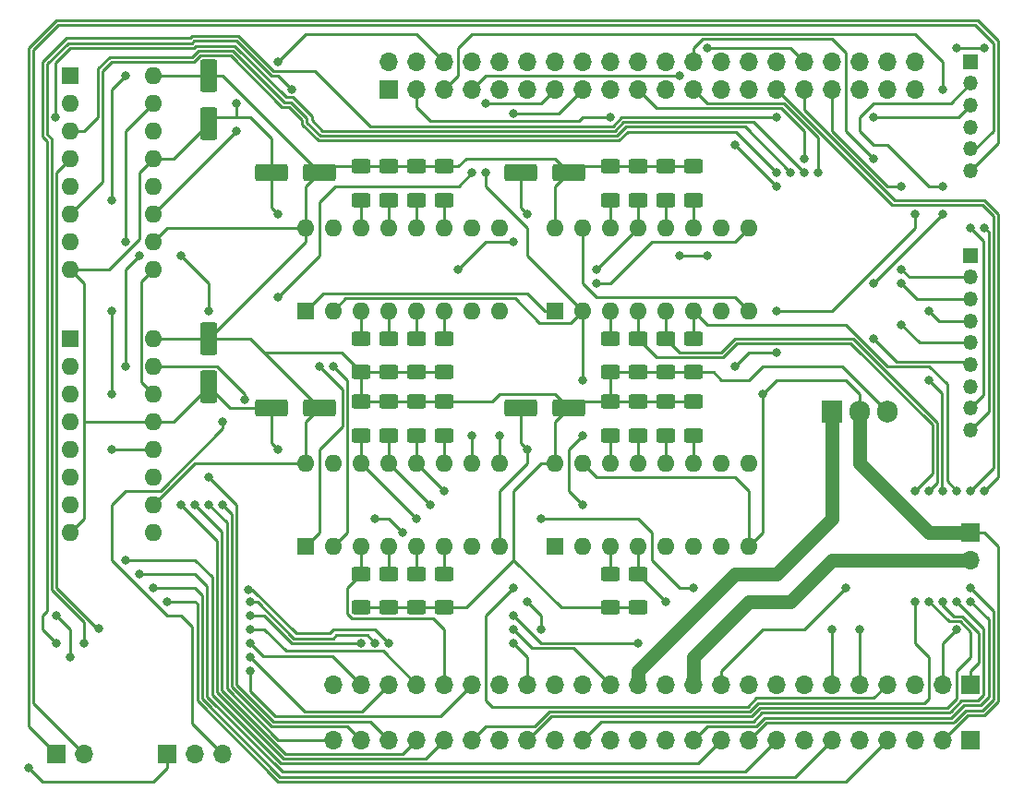
<source format=gtl>
%TF.GenerationSoftware,KiCad,Pcbnew,7.0.8*%
%TF.CreationDate,2023-10-23T01:27:40-07:00*%
%TF.ProjectId,motherboard,6d6f7468-6572-4626-9f61-72642e6b6963,1*%
%TF.SameCoordinates,Original*%
%TF.FileFunction,Copper,L1,Top*%
%TF.FilePolarity,Positive*%
%FSLAX46Y46*%
G04 Gerber Fmt 4.6, Leading zero omitted, Abs format (unit mm)*
G04 Created by KiCad (PCBNEW 7.0.8) date 2023-10-23 01:27:40*
%MOMM*%
%LPD*%
G01*
G04 APERTURE LIST*
G04 Aperture macros list*
%AMRoundRect*
0 Rectangle with rounded corners*
0 $1 Rounding radius*
0 $2 $3 $4 $5 $6 $7 $8 $9 X,Y pos of 4 corners*
0 Add a 4 corners polygon primitive as box body*
4,1,4,$2,$3,$4,$5,$6,$7,$8,$9,$2,$3,0*
0 Add four circle primitives for the rounded corners*
1,1,$1+$1,$2,$3*
1,1,$1+$1,$4,$5*
1,1,$1+$1,$6,$7*
1,1,$1+$1,$8,$9*
0 Add four rect primitives between the rounded corners*
20,1,$1+$1,$2,$3,$4,$5,0*
20,1,$1+$1,$4,$5,$6,$7,0*
20,1,$1+$1,$6,$7,$8,$9,0*
20,1,$1+$1,$8,$9,$2,$3,0*%
G04 Aperture macros list end*
%TA.AperFunction,SMDPad,CuDef*%
%ADD10RoundRect,0.250000X-0.625000X0.400000X-0.625000X-0.400000X0.625000X-0.400000X0.625000X0.400000X0*%
%TD*%
%TA.AperFunction,SMDPad,CuDef*%
%ADD11RoundRect,0.250000X0.625000X-0.400000X0.625000X0.400000X-0.625000X0.400000X-0.625000X-0.400000X0*%
%TD*%
%TA.AperFunction,ComponentPad*%
%ADD12R,1.600000X1.600000*%
%TD*%
%TA.AperFunction,ComponentPad*%
%ADD13O,1.600000X1.600000*%
%TD*%
%TA.AperFunction,ComponentPad*%
%ADD14R,1.700000X1.700000*%
%TD*%
%TA.AperFunction,ComponentPad*%
%ADD15O,1.700000X1.700000*%
%TD*%
%TA.AperFunction,ComponentPad*%
%ADD16R,1.350000X1.350000*%
%TD*%
%TA.AperFunction,ComponentPad*%
%ADD17O,1.350000X1.350000*%
%TD*%
%TA.AperFunction,SMDPad,CuDef*%
%ADD18RoundRect,0.250000X1.250000X0.550000X-1.250000X0.550000X-1.250000X-0.550000X1.250000X-0.550000X0*%
%TD*%
%TA.AperFunction,SMDPad,CuDef*%
%ADD19RoundRect,0.250000X-0.550000X1.250000X-0.550000X-1.250000X0.550000X-1.250000X0.550000X1.250000X0*%
%TD*%
%TA.AperFunction,ComponentPad*%
%ADD20R,1.905000X2.000000*%
%TD*%
%TA.AperFunction,ComponentPad*%
%ADD21O,1.905000X2.000000*%
%TD*%
%TA.AperFunction,ViaPad*%
%ADD22C,0.800000*%
%TD*%
%TA.AperFunction,Conductor*%
%ADD23C,0.250000*%
%TD*%
%TA.AperFunction,Conductor*%
%ADD24C,1.270000*%
%TD*%
G04 APERTURE END LIST*
D10*
%TO.P,R12,1*%
%TO.N,Net-(J7-5V)*%
X152400000Y-71830000D03*
%TO.P,R12,2*%
%TO.N,Net-(J1-BIT_B)*%
X152400000Y-74930000D03*
%TD*%
D11*
%TO.P,R22,1*%
%TO.N,Net-(J7-5V)*%
X132080000Y-112320000D03*
%TO.P,R22,2*%
%TO.N,Net-(J2-11_SWITCH)*%
X132080000Y-109220000D03*
%TD*%
D12*
%TO.P,U1,1,~{PL}*%
%TO.N,Net-(J3-GPIO13(PWM1))*%
X124450000Y-85080000D03*
D13*
%TO.P,U1,2,CP*%
%TO.N,Net-(J3-GPIO18(PCM_CLK))*%
X126990000Y-85080000D03*
%TO.P,U1,3,D4*%
%TO.N,Net-(J1-BIT_4)*%
X129530000Y-85080000D03*
%TO.P,U1,4,D5*%
%TO.N,Net-(J1-BIT_5)*%
X132070000Y-85080000D03*
%TO.P,U1,5,D6*%
%TO.N,Net-(J1-BIT_6)*%
X134610000Y-85080000D03*
%TO.P,U1,6,D7*%
%TO.N,Net-(J1-BIT_7)*%
X137150000Y-85080000D03*
%TO.P,U1,7,~{Q7}*%
%TO.N,unconnected-(U1-~{Q7}-Pad7)*%
X139690000Y-85080000D03*
%TO.P,U1,8,GND*%
%TO.N,GND*%
X142230000Y-85080000D03*
%TO.P,U1,9,Q7*%
%TO.N,Net-(U1-Q7)*%
X142230000Y-77460000D03*
%TO.P,U1,10,DS*%
%TO.N,GND*%
X139690000Y-77460000D03*
%TO.P,U1,11,D0*%
%TO.N,Net-(J1-BIT_0)*%
X137150000Y-77460000D03*
%TO.P,U1,12,D1*%
%TO.N,Net-(J1-BIT_1)*%
X134610000Y-77460000D03*
%TO.P,U1,13,D2*%
%TO.N,Net-(J1-BIT_2)*%
X132070000Y-77460000D03*
%TO.P,U1,14,D3*%
%TO.N,Net-(J1-BIT_3)*%
X129530000Y-77460000D03*
%TO.P,U1,15,~{CE}*%
%TO.N,GND*%
X126990000Y-77460000D03*
%TO.P,U1,16,VCC*%
%TO.N,Net-(J7-5V)*%
X124450000Y-77460000D03*
%TD*%
D14*
%TO.P,J2,1,02_LED*%
%TO.N,Net-(J2-02_LED)*%
X185420000Y-119380000D03*
D15*
%TO.P,J2,2,13_LED*%
%TO.N,Net-(J2-13_LED)*%
X182880000Y-119380000D03*
%TO.P,J2,3,02_SWITCH*%
%TO.N,Net-(J2-02_SWITCH)*%
X180340000Y-119380000D03*
%TO.P,J2,4,13_SWITCH*%
%TO.N,Net-(J2-13_SWITCH)*%
X177800000Y-119380000D03*
%TO.P,J2,5,03_LED*%
%TO.N,Net-(J2-03_LED)*%
X175260000Y-119380000D03*
%TO.P,J2,6,12_LED*%
%TO.N,Net-(J2-12_LED)*%
X172720000Y-119380000D03*
%TO.P,J2,7,03_SWITCH*%
%TO.N,Net-(J2-03_SWITCH)*%
X170180000Y-119380000D03*
%TO.P,J2,8,12_SWITCH*%
%TO.N,Net-(J2-12_SWITCH)*%
X167640000Y-119380000D03*
%TO.P,J2,9,TIME_ACTIVE_SWITCH*%
%TO.N,Net-(J2-TIME_ACTIVE_SWITCH)*%
X165100000Y-119380000D03*
%TO.P,J2,10,11_LED*%
%TO.N,Net-(J2-11_LED)*%
X162560000Y-119380000D03*
%TO.P,J2,11,POWER_A*%
%TO.N,Net-(J2-POWER_A)*%
X160020000Y-119380000D03*
%TO.P,J2,12,11_SWITCH*%
%TO.N,Net-(J2-11_SWITCH)*%
X157480000Y-119380000D03*
%TO.P,J2,13,POWER_B*%
%TO.N,Net-(J2-POWER_B)*%
X154940000Y-119380000D03*
%TO.P,J2,14,01_LED*%
%TO.N,Net-(J2-01_LED)*%
X152400000Y-119380000D03*
%TO.P,J2,15,EMERGENCY_STOP_SWITCH*%
%TO.N,Net-(J2-EMERGENCY_STOP_SWITCH)*%
X149860000Y-119380000D03*
%TO.P,J2,16,01_SWITCH*%
%TO.N,Net-(J2-01_SWITCH)*%
X147320000Y-119380000D03*
%TO.P,J2,17,EMERGENCY_STOP_LED*%
%TO.N,Net-(J2-EMERGENCY_STOP_LED)*%
X144780000Y-119380000D03*
%TO.P,J2,18,10_LED*%
%TO.N,Net-(J2-10_LED)*%
X142240000Y-119380000D03*
%TO.P,J2,19,5V*%
%TO.N,Net-(J2-5V)*%
X139700000Y-119380000D03*
%TO.P,J2,20,10_SWITCH*%
%TO.N,Net-(J2-10_SWITCH)*%
X137160000Y-119380000D03*
%TO.P,J2,21,TIME_SET_DT*%
%TO.N,Net-(J2-TIME_SET_DT)*%
X134620000Y-119380000D03*
%TO.P,J2,22,00_LED*%
%TO.N,Net-(J2-00_LED)*%
X132080000Y-119380000D03*
%TO.P,J2,23,TIME_SET_CLK*%
%TO.N,Net-(J2-TIME_SET_CLK)*%
X129540000Y-119380000D03*
%TO.P,J2,24,00_SWITCH*%
%TO.N,Net-(J2-00_SWITCH)*%
X127000000Y-119380000D03*
%TD*%
D12*
%TO.P,U2,1,~{PL}*%
%TO.N,Net-(J3-GPIO13(PWM1))*%
X147320000Y-85090000D03*
D13*
%TO.P,U2,2,CP*%
%TO.N,Net-(J3-GPIO18(PCM_CLK))*%
X149860000Y-85090000D03*
%TO.P,U2,3,D4*%
%TO.N,Net-(J1-BIT_C)*%
X152400000Y-85090000D03*
%TO.P,U2,4,D5*%
%TO.N,Net-(J1-BIT_D)*%
X154940000Y-85090000D03*
%TO.P,U2,5,D6*%
%TO.N,Net-(J1-BIT_E)*%
X157480000Y-85090000D03*
%TO.P,U2,6,D7*%
%TO.N,Net-(J1-BIT_F)*%
X160020000Y-85090000D03*
%TO.P,U2,7,~{Q7}*%
%TO.N,unconnected-(U2-~{Q7}-Pad7)*%
X162560000Y-85090000D03*
%TO.P,U2,8,GND*%
%TO.N,GND*%
X165100000Y-85090000D03*
%TO.P,U2,9,Q7*%
%TO.N,Net-(U2-Q7)*%
X165100000Y-77470000D03*
%TO.P,U2,10,DS*%
%TO.N,Net-(U1-Q7)*%
X162560000Y-77470000D03*
%TO.P,U2,11,D0*%
%TO.N,Net-(J1-BIT_8)*%
X160020000Y-77470000D03*
%TO.P,U2,12,D1*%
%TO.N,Net-(J1-BIT_9)*%
X157480000Y-77470000D03*
%TO.P,U2,13,D2*%
%TO.N,Net-(J1-BIT_A)*%
X154940000Y-77470000D03*
%TO.P,U2,14,D3*%
%TO.N,Net-(J1-BIT_B)*%
X152400000Y-77470000D03*
%TO.P,U2,15,~{CE}*%
%TO.N,GND*%
X149860000Y-77470000D03*
%TO.P,U2,16,VCC*%
%TO.N,Net-(J7-5V)*%
X147320000Y-77470000D03*
%TD*%
D10*
%TO.P,R4,1*%
%TO.N,Net-(J7-5V)*%
X129540000Y-71830000D03*
%TO.P,R4,2*%
%TO.N,Net-(J1-BIT_3)*%
X129540000Y-74930000D03*
%TD*%
D11*
%TO.P,R29,1*%
%TO.N,Net-(J7-5V)*%
X152400000Y-112320000D03*
%TO.P,R29,2*%
%TO.N,Net-(J2-TIME_ACTIVE_SWITCH)*%
X152400000Y-109220000D03*
%TD*%
D12*
%TO.P,U3,1,~{PL}*%
%TO.N,Net-(J3-GPIO13(PWM1))*%
X124460000Y-106680000D03*
D13*
%TO.P,U3,2,CP*%
%TO.N,Net-(J3-GPIO18(PCM_CLK))*%
X127000000Y-106680000D03*
%TO.P,U3,3,D4*%
%TO.N,Net-(J2-10_SWITCH)*%
X129540000Y-106680000D03*
%TO.P,U3,4,D5*%
%TO.N,Net-(J2-11_SWITCH)*%
X132080000Y-106680000D03*
%TO.P,U3,5,D6*%
%TO.N,Net-(J2-12_SWITCH)*%
X134620000Y-106680000D03*
%TO.P,U3,6,D7*%
%TO.N,Net-(J2-13_SWITCH)*%
X137160000Y-106680000D03*
%TO.P,U3,7,~{Q7}*%
%TO.N,unconnected-(U3-~{Q7}-Pad7)*%
X139700000Y-106680000D03*
%TO.P,U3,8,GND*%
%TO.N,GND*%
X142240000Y-106680000D03*
%TO.P,U3,9,Q7*%
%TO.N,Net-(U3-Q7)*%
X142240000Y-99060000D03*
%TO.P,U3,10,DS*%
%TO.N,Net-(U2-Q7)*%
X139700000Y-99060000D03*
%TO.P,U3,11,D0*%
%TO.N,Net-(J2-00_SWITCH)*%
X137160000Y-99060000D03*
%TO.P,U3,12,D1*%
%TO.N,Net-(J2-01_SWITCH)*%
X134620000Y-99060000D03*
%TO.P,U3,13,D2*%
%TO.N,Net-(J2-02_SWITCH)*%
X132080000Y-99060000D03*
%TO.P,U3,14,D3*%
%TO.N,Net-(J2-03_SWITCH)*%
X129540000Y-99060000D03*
%TO.P,U3,15,~{CE}*%
%TO.N,GND*%
X127000000Y-99060000D03*
%TO.P,U3,16,VCC*%
%TO.N,Net-(J7-5V)*%
X124460000Y-99060000D03*
%TD*%
D10*
%TO.P,R20,1*%
%TO.N,Net-(J7-5V)*%
X129540000Y-93420000D03*
%TO.P,R20,2*%
%TO.N,Net-(J2-03_SWITCH)*%
X129540000Y-96520000D03*
%TD*%
D11*
%TO.P,R30,1*%
%TO.N,Net-(J7-5V)*%
X154940000Y-112320000D03*
%TO.P,R30,2*%
%TO.N,Net-(J2-EMERGENCY_STOP_SWITCH)*%
X154940000Y-109220000D03*
%TD*%
D16*
%TO.P,J5,1,12V*%
%TO.N,Net-(J2-POWER_B)*%
X185420000Y-62230000D03*
D17*
%TO.P,J5,2,GND*%
%TO.N,GND*%
X185420000Y-64230000D03*
%TO.P,J5,3,I2C_SDA*%
%TO.N,Net-(J3-GPIO2(I2C1_SDA))*%
X185420000Y-66230000D03*
%TO.P,J5,4,I2C_SCLK*%
%TO.N,Net-(J3-GPIO3(I2C1_SCL))*%
X185420000Y-68230000D03*
%TO.P,J5,5,VB*%
%TO.N,Net-(J5-VB)*%
X185420000Y-70230000D03*
%TO.P,J5,6,VA*%
%TO.N,Net-(J5-VA)*%
X185420000Y-72230000D03*
%TD*%
D11*
%TO.P,R13,1*%
%TO.N,Net-(J7-5V)*%
X152400000Y-90730000D03*
%TO.P,R13,2*%
%TO.N,Net-(J1-BIT_C)*%
X152400000Y-87630000D03*
%TD*%
D10*
%TO.P,R3,1*%
%TO.N,Net-(J7-5V)*%
X132080000Y-71830000D03*
%TO.P,R3,2*%
%TO.N,Net-(J1-BIT_2)*%
X132080000Y-74930000D03*
%TD*%
%TO.P,R1,1*%
%TO.N,Net-(J7-5V)*%
X137160000Y-71830000D03*
%TO.P,R1,2*%
%TO.N,Net-(J1-BIT_0)*%
X137160000Y-74930000D03*
%TD*%
%TO.P,R27,1*%
%TO.N,Net-(J7-5V)*%
X154940000Y-93420000D03*
%TO.P,R27,2*%
%TO.N,Net-(J1-MODULE_OVERRIDE_SWITCH)*%
X154940000Y-96520000D03*
%TD*%
D11*
%TO.P,R16,1*%
%TO.N,Net-(J7-5V)*%
X160020000Y-90730000D03*
%TO.P,R16,2*%
%TO.N,Net-(J1-BIT_F)*%
X160020000Y-87630000D03*
%TD*%
D18*
%TO.P,C1,1*%
%TO.N,Net-(J7-5V)*%
X125730000Y-72390000D03*
%TO.P,C1,2*%
%TO.N,GND*%
X121330000Y-72390000D03*
%TD*%
%TO.P,C4,1*%
%TO.N,Net-(J7-5V)*%
X148590000Y-93980000D03*
%TO.P,C4,2*%
%TO.N,GND*%
X144190000Y-93980000D03*
%TD*%
D12*
%TO.P,U6,1,QB*%
%TO.N,Net-(J2-EMERGENCY_STOP_LED)*%
X102870000Y-87630000D03*
D13*
%TO.P,U6,2,QC*%
%TO.N,unconnected-(U6-QC-Pad2)*%
X102870000Y-90170000D03*
%TO.P,U6,3,QD*%
%TO.N,unconnected-(U6-QD-Pad3)*%
X102870000Y-92710000D03*
%TO.P,U6,4,QE*%
%TO.N,unconnected-(U6-QE-Pad4)*%
X102870000Y-95250000D03*
%TO.P,U6,5,QF*%
%TO.N,unconnected-(U6-QF-Pad5)*%
X102870000Y-97790000D03*
%TO.P,U6,6,QG*%
%TO.N,unconnected-(U6-QG-Pad6)*%
X102870000Y-100330000D03*
%TO.P,U6,7,QH*%
%TO.N,unconnected-(U6-QH-Pad7)*%
X102870000Y-102870000D03*
%TO.P,U6,8,GND*%
%TO.N,GND*%
X102870000Y-105410000D03*
%TO.P,U6,9,QH'*%
%TO.N,unconnected-(U6-QH'-Pad9)*%
X110490000Y-105410000D03*
%TO.P,U6,10,~{SRCLR}*%
%TO.N,Net-(J7-5V)*%
X110490000Y-102870000D03*
%TO.P,U6,11,SRCLK*%
%TO.N,Net-(J3-GPIO17)*%
X110490000Y-100330000D03*
%TO.P,U6,12,RCLK*%
%TO.N,Net-(J3-GPIO27)*%
X110490000Y-97790000D03*
%TO.P,U6,13,~{OE}*%
%TO.N,GND*%
X110490000Y-95250000D03*
%TO.P,U6,14,SER*%
%TO.N,Net-(U5-QH')*%
X110490000Y-92710000D03*
%TO.P,U6,15,QA*%
%TO.N,Net-(J1-PUSH_LED)*%
X110490000Y-90170000D03*
%TO.P,U6,16,VCC*%
%TO.N,Net-(J7-5V)*%
X110490000Y-87630000D03*
%TD*%
D18*
%TO.P,C3,1*%
%TO.N,Net-(J7-5V)*%
X125730000Y-93980000D03*
%TO.P,C3,2*%
%TO.N,GND*%
X121330000Y-93980000D03*
%TD*%
D10*
%TO.P,R2,1*%
%TO.N,Net-(J7-5V)*%
X134620000Y-71830000D03*
%TO.P,R2,2*%
%TO.N,Net-(J1-BIT_1)*%
X134620000Y-74930000D03*
%TD*%
D14*
%TO.P,J4,1,GND*%
%TO.N,GND*%
X185420000Y-105410000D03*
D15*
%TO.P,J4,2,12V*%
%TO.N,Net-(J2-POWER_A)*%
X185420000Y-107950000D03*
%TD*%
D14*
%TO.P,J1,1,RAIL_OVERRIDE_SWITCH*%
%TO.N,Net-(J1-RAIL_OVERRIDE_SWITCH)*%
X185420000Y-124460000D03*
D15*
%TO.P,J1,2,GND*%
%TO.N,GND*%
X182880000Y-124460000D03*
%TO.P,J1,3,PUSH_LED*%
%TO.N,Net-(J1-PUSH_LED)*%
X180340000Y-124460000D03*
%TO.P,J1,4,BIT_0*%
%TO.N,Net-(J1-BIT_0)*%
X177800000Y-124460000D03*
%TO.P,J1,5,PUSH_SWITCH*%
%TO.N,Net-(J1-PUSH_SWITCH)*%
X175260000Y-124460000D03*
%TO.P,J1,6,BIT_1*%
%TO.N,Net-(J1-BIT_1)*%
X172720000Y-124460000D03*
%TO.P,J1,7,MODULE_OVERRIDE_SWITCH*%
%TO.N,Net-(J1-MODULE_OVERRIDE_SWITCH)*%
X170180000Y-124460000D03*
%TO.P,J1,8,BIT_2*%
%TO.N,Net-(J1-BIT_2)*%
X167640000Y-124460000D03*
%TO.P,J1,9,VELOCITY_DT*%
%TO.N,Net-(J1-VELOCITY_DT)*%
X165100000Y-124460000D03*
%TO.P,J1,10,BIT_3*%
%TO.N,Net-(J1-BIT_3)*%
X162560000Y-124460000D03*
%TO.P,J1,11,VELOCITY_CLK*%
%TO.N,Net-(J1-VELOCITY_CLK)*%
X160020000Y-124460000D03*
%TO.P,J1,12,BIT_4*%
%TO.N,Net-(J1-BIT_4)*%
X157480000Y-124460000D03*
%TO.P,J1,13,FWD/BWD_SWITCH*%
%TO.N,Net-(J1-FWD{slash}BWD_SWITCH)*%
X154940000Y-124460000D03*
%TO.P,J1,14,BIT_5*%
%TO.N,Net-(J1-BIT_5)*%
X152400000Y-124460000D03*
%TO.P,J1,15,BIT_F*%
%TO.N,Net-(J1-BIT_F)*%
X149860000Y-124460000D03*
%TO.P,J1,16,BIT_6*%
%TO.N,Net-(J1-BIT_6)*%
X147320000Y-124460000D03*
%TO.P,J1,17,BIT_E*%
%TO.N,Net-(J1-BIT_E)*%
X144780000Y-124460000D03*
%TO.P,J1,18,BIT_7*%
%TO.N,Net-(J1-BIT_7)*%
X142240000Y-124460000D03*
%TO.P,J1,19,BIT_D*%
%TO.N,Net-(J1-BIT_D)*%
X139700000Y-124460000D03*
%TO.P,J1,20,BIT_8*%
%TO.N,Net-(J1-BIT_8)*%
X137160000Y-124460000D03*
%TO.P,J1,21,BIT_C*%
%TO.N,Net-(J1-BIT_C)*%
X134620000Y-124460000D03*
%TO.P,J1,22,BIT_9*%
%TO.N,Net-(J1-BIT_9)*%
X132080000Y-124460000D03*
%TO.P,J1,23,BIT_A*%
%TO.N,Net-(J1-BIT_A)*%
X129540000Y-124460000D03*
%TO.P,J1,24,BIT_B*%
%TO.N,Net-(J1-BIT_B)*%
X127000000Y-124460000D03*
%TD*%
D19*
%TO.P,C6,1*%
%TO.N,Net-(J7-5V)*%
X115570000Y-87630000D03*
%TO.P,C6,2*%
%TO.N,GND*%
X115570000Y-92030000D03*
%TD*%
D11*
%TO.P,R23,1*%
%TO.N,Net-(J7-5V)*%
X134620000Y-112320000D03*
%TO.P,R23,2*%
%TO.N,Net-(J2-12_SWITCH)*%
X134620000Y-109220000D03*
%TD*%
D14*
%TO.P,J8,1,ENA*%
%TO.N,Net-(J3-GPIO12(PWM0))*%
X111760000Y-125730000D03*
D15*
%TO.P,J8,2,IN1*%
%TO.N,Net-(J3-GPIO23)*%
X114300000Y-125730000D03*
%TO.P,J8,3,IN2*%
%TO.N,Net-(J3-GPIO24)*%
X116840000Y-125730000D03*
%TD*%
D10*
%TO.P,R9,1*%
%TO.N,Net-(J7-5V)*%
X160020000Y-71830000D03*
%TO.P,R9,2*%
%TO.N,Net-(J1-BIT_8)*%
X160020000Y-74930000D03*
%TD*%
%TO.P,R11,1*%
%TO.N,Net-(J7-5V)*%
X154940000Y-71830000D03*
%TO.P,R11,2*%
%TO.N,Net-(J1-BIT_A)*%
X154940000Y-74930000D03*
%TD*%
D20*
%TO.P,U7,1,IN*%
%TO.N,Net-(J2-POWER_B)*%
X172720000Y-94320000D03*
D21*
%TO.P,U7,2,GND*%
%TO.N,GND*%
X175260000Y-94320000D03*
%TO.P,U7,3,OUT*%
%TO.N,Net-(J7-5V)*%
X177800000Y-94320000D03*
%TD*%
D10*
%TO.P,R26,1*%
%TO.N,Net-(J7-5V)*%
X157480000Y-93420000D03*
%TO.P,R26,2*%
%TO.N,Net-(J1-PUSH_SWITCH)*%
X157480000Y-96520000D03*
%TD*%
%TO.P,R10,1*%
%TO.N,Net-(J7-5V)*%
X157480000Y-71830000D03*
%TO.P,R10,2*%
%TO.N,Net-(J1-BIT_9)*%
X157480000Y-74930000D03*
%TD*%
D11*
%TO.P,R8,1*%
%TO.N,Net-(J7-5V)*%
X137160000Y-90730000D03*
%TO.P,R8,2*%
%TO.N,Net-(J1-BIT_7)*%
X137160000Y-87630000D03*
%TD*%
D10*
%TO.P,R25,1*%
%TO.N,Net-(J7-5V)*%
X160020000Y-93420000D03*
%TO.P,R25,2*%
%TO.N,Net-(J1-RAIL_OVERRIDE_SWITCH)*%
X160020000Y-96520000D03*
%TD*%
%TO.P,R17,1*%
%TO.N,Net-(J7-5V)*%
X137160000Y-93420000D03*
%TO.P,R17,2*%
%TO.N,Net-(J2-00_SWITCH)*%
X137160000Y-96520000D03*
%TD*%
D14*
%TO.P,J6,1,VA*%
%TO.N,Net-(J5-VA)*%
X101600000Y-125730000D03*
D15*
%TO.P,J6,2,VB*%
%TO.N,Net-(J5-VB)*%
X104140000Y-125730000D03*
%TD*%
D11*
%TO.P,R15,1*%
%TO.N,Net-(J7-5V)*%
X157480000Y-90730000D03*
%TO.P,R15,2*%
%TO.N,Net-(J1-BIT_E)*%
X157480000Y-87630000D03*
%TD*%
%TO.P,R21,1*%
%TO.N,Net-(J7-5V)*%
X129540000Y-112320000D03*
%TO.P,R21,2*%
%TO.N,Net-(J2-10_SWITCH)*%
X129540000Y-109220000D03*
%TD*%
D19*
%TO.P,C5,1*%
%TO.N,Net-(J7-5V)*%
X115570000Y-63500000D03*
%TO.P,C5,2*%
%TO.N,GND*%
X115570000Y-67900000D03*
%TD*%
D16*
%TO.P,J7,1,CSB*%
%TO.N,Net-(J3-GPIO7(SPI0_CE1))*%
X185420000Y-80010000D03*
D17*
%TO.P,J7,2,SDA*%
%TO.N,Net-(J3-GPIO10(SPI0_MOSI))*%
X185420000Y-82010000D03*
%TO.P,J7,3,SCLK*%
%TO.N,Net-(J3-GPIO11(SPI0_SCLK))*%
X185420000Y-84010000D03*
%TO.P,J7,4,CSA*%
%TO.N,Net-(J3-GPIO8(SPI0_CE0))*%
X185420000Y-86010000D03*
%TO.P,J7,5,5V*%
%TO.N,Net-(J7-5V)*%
X185420000Y-88010000D03*
%TO.P,J7,6,GND*%
%TO.N,GND*%
X185420000Y-90010000D03*
%TO.P,J7,7,SER*%
%TO.N,Net-(J3-GPIO16)*%
X185420000Y-92010000D03*
%TO.P,J7,8,RCLK*%
%TO.N,Net-(J3-GPIO20(PCM_DIN))*%
X185420000Y-94010000D03*
%TO.P,J7,9,SRCLK*%
%TO.N,Net-(J3-GPIO21(PCM_DOUT))*%
X185420000Y-96010000D03*
%TD*%
D11*
%TO.P,R6,1*%
%TO.N,Net-(J7-5V)*%
X132080000Y-90730000D03*
%TO.P,R6,2*%
%TO.N,Net-(J1-BIT_5)*%
X132080000Y-87630000D03*
%TD*%
%TO.P,R7,1*%
%TO.N,Net-(J7-5V)*%
X134620000Y-90730000D03*
%TO.P,R7,2*%
%TO.N,Net-(J1-BIT_6)*%
X134620000Y-87630000D03*
%TD*%
D12*
%TO.P,U4,1,~{PL}*%
%TO.N,Net-(J3-GPIO13(PWM1))*%
X147320000Y-106680000D03*
D13*
%TO.P,U4,2,CP*%
%TO.N,Net-(J3-GPIO18(PCM_CLK))*%
X149860000Y-106680000D03*
%TO.P,U4,3,D4*%
%TO.N,Net-(J2-TIME_ACTIVE_SWITCH)*%
X152400000Y-106680000D03*
%TO.P,U4,4,D5*%
%TO.N,Net-(J2-EMERGENCY_STOP_SWITCH)*%
X154940000Y-106680000D03*
%TO.P,U4,5,D6*%
%TO.N,unconnected-(U4-D6-Pad5)*%
X157480000Y-106680000D03*
%TO.P,U4,6,D7*%
%TO.N,unconnected-(U4-D7-Pad6)*%
X160020000Y-106680000D03*
%TO.P,U4,7,~{Q7}*%
%TO.N,unconnected-(U4-~{Q7}-Pad7)*%
X162560000Y-106680000D03*
%TO.P,U4,8,GND*%
%TO.N,GND*%
X165100000Y-106680000D03*
%TO.P,U4,9,Q7*%
%TO.N,Net-(J3-GPIO4(GPCLK0))*%
X165100000Y-99060000D03*
%TO.P,U4,10,DS*%
%TO.N,Net-(U3-Q7)*%
X162560000Y-99060000D03*
%TO.P,U4,11,D0*%
%TO.N,Net-(J1-RAIL_OVERRIDE_SWITCH)*%
X160020000Y-99060000D03*
%TO.P,U4,12,D1*%
%TO.N,Net-(J1-PUSH_SWITCH)*%
X157480000Y-99060000D03*
%TO.P,U4,13,D2*%
%TO.N,Net-(J1-MODULE_OVERRIDE_SWITCH)*%
X154940000Y-99060000D03*
%TO.P,U4,14,D3*%
%TO.N,Net-(J1-FWD{slash}BWD_SWITCH)*%
X152400000Y-99060000D03*
%TO.P,U4,15,~{CE}*%
%TO.N,GND*%
X149860000Y-99060000D03*
%TO.P,U4,16,VCC*%
%TO.N,Net-(J7-5V)*%
X147320000Y-99060000D03*
%TD*%
D10*
%TO.P,R19,1*%
%TO.N,Net-(J7-5V)*%
X132080000Y-93420000D03*
%TO.P,R19,2*%
%TO.N,Net-(J2-02_SWITCH)*%
X132080000Y-96520000D03*
%TD*%
%TO.P,R28,1*%
%TO.N,Net-(J7-5V)*%
X152400000Y-93420000D03*
%TO.P,R28,2*%
%TO.N,Net-(J1-FWD{slash}BWD_SWITCH)*%
X152400000Y-96520000D03*
%TD*%
D18*
%TO.P,C2,1*%
%TO.N,Net-(J7-5V)*%
X148590000Y-72390000D03*
%TO.P,C2,2*%
%TO.N,GND*%
X144190000Y-72390000D03*
%TD*%
D11*
%TO.P,R24,1*%
%TO.N,Net-(J7-5V)*%
X137160000Y-112320000D03*
%TO.P,R24,2*%
%TO.N,Net-(J2-13_SWITCH)*%
X137160000Y-109220000D03*
%TD*%
%TO.P,R5,1*%
%TO.N,Net-(J7-5V)*%
X129540000Y-90730000D03*
%TO.P,R5,2*%
%TO.N,Net-(J1-BIT_4)*%
X129540000Y-87630000D03*
%TD*%
D12*
%TO.P,U5,1,QB*%
%TO.N,Net-(J2-01_LED)*%
X102870000Y-63500000D03*
D13*
%TO.P,U5,2,QC*%
%TO.N,Net-(J2-02_LED)*%
X102870000Y-66040000D03*
%TO.P,U5,3,QD*%
%TO.N,Net-(J2-03_LED)*%
X102870000Y-68580000D03*
%TO.P,U5,4,QE*%
%TO.N,Net-(J2-10_LED)*%
X102870000Y-71120000D03*
%TO.P,U5,5,QF*%
%TO.N,Net-(J2-11_LED)*%
X102870000Y-73660000D03*
%TO.P,U5,6,QG*%
%TO.N,Net-(J2-12_LED)*%
X102870000Y-76200000D03*
%TO.P,U5,7,QH*%
%TO.N,Net-(J2-13_LED)*%
X102870000Y-78740000D03*
%TO.P,U5,8,GND*%
%TO.N,GND*%
X102870000Y-81280000D03*
%TO.P,U5,9,QH'*%
%TO.N,Net-(U5-QH')*%
X110490000Y-81280000D03*
%TO.P,U5,10,~{SRCLR}*%
%TO.N,Net-(J7-5V)*%
X110490000Y-78740000D03*
%TO.P,U5,11,SRCLK*%
%TO.N,Net-(J3-GPIO17)*%
X110490000Y-76200000D03*
%TO.P,U5,12,RCLK*%
%TO.N,Net-(J3-GPIO27)*%
X110490000Y-73660000D03*
%TO.P,U5,13,~{OE}*%
%TO.N,GND*%
X110490000Y-71120000D03*
%TO.P,U5,14,SER*%
%TO.N,Net-(J3-GPIO22)*%
X110490000Y-68580000D03*
%TO.P,U5,15,QA*%
%TO.N,Net-(J2-00_LED)*%
X110490000Y-66040000D03*
%TO.P,U5,16,VCC*%
%TO.N,Net-(J7-5V)*%
X110490000Y-63500000D03*
%TD*%
D10*
%TO.P,R18,1*%
%TO.N,Net-(J7-5V)*%
X134620000Y-93420000D03*
%TO.P,R18,2*%
%TO.N,Net-(J2-01_SWITCH)*%
X134620000Y-96520000D03*
%TD*%
D11*
%TO.P,R14,1*%
%TO.N,Net-(J7-5V)*%
X154940000Y-90730000D03*
%TO.P,R14,2*%
%TO.N,Net-(J1-BIT_D)*%
X154940000Y-87630000D03*
%TD*%
D14*
%TO.P,J3,1,3v3*%
%TO.N,unconnected-(J3-3v3-Pad1)*%
X132080000Y-64770000D03*
D15*
%TO.P,J3,2,5v*%
%TO.N,Net-(J2-5V)*%
X132080000Y-62230000D03*
%TO.P,J3,3,GPIO2(I2C1_SDA)*%
%TO.N,Net-(J3-GPIO2(I2C1_SDA))*%
X134620000Y-64770000D03*
%TO.P,J3,4,5v*%
%TO.N,unconnected-(J3-5v-Pad4)*%
X134620000Y-62230000D03*
%TO.P,J3,5,GPIO3(I2C1_SCL)*%
%TO.N,Net-(J3-GPIO3(I2C1_SCL))*%
X137160000Y-64770000D03*
%TO.P,J3,6,GND*%
%TO.N,GND*%
X137160000Y-62230000D03*
%TO.P,J3,7,GPIO4(GPCLK0)*%
%TO.N,Net-(J3-GPIO4(GPCLK0))*%
X139700000Y-64770000D03*
%TO.P,J3,8,GPIO14(UART_TX)*%
%TO.N,unconnected-(J3-GPIO14(UART_TX)-Pad8)*%
X139700000Y-62230000D03*
%TO.P,J3,9,GND*%
%TO.N,unconnected-(J3-GND-Pad9)*%
X142240000Y-64770000D03*
%TO.P,J3,10,GPIO15(UART_RX)*%
%TO.N,unconnected-(J3-GPIO15(UART_RX)-Pad10)*%
X142240000Y-62230000D03*
%TO.P,J3,11,GPIO17*%
%TO.N,Net-(J3-GPIO17)*%
X144780000Y-64770000D03*
%TO.P,J3,12,GPIO18(PCM_CLK)*%
%TO.N,Net-(J3-GPIO18(PCM_CLK))*%
X144780000Y-62230000D03*
%TO.P,J3,13,GPIO27*%
%TO.N,Net-(J3-GPIO27)*%
X147320000Y-64770000D03*
%TO.P,J3,14,GND*%
%TO.N,unconnected-(J3-GND-Pad14)*%
X147320000Y-62230000D03*
%TO.P,J3,15,GPIO22*%
%TO.N,Net-(J3-GPIO22)*%
X149860000Y-64770000D03*
%TO.P,J3,16,GPIO23*%
%TO.N,Net-(J3-GPIO23)*%
X149860000Y-62230000D03*
%TO.P,J3,17,3v3*%
%TO.N,unconnected-(J3-3v3-Pad17)*%
X152400000Y-64770000D03*
%TO.P,J3,18,GPIO24*%
%TO.N,Net-(J3-GPIO24)*%
X152400000Y-62230000D03*
%TO.P,J3,19,GPIO10(SPI0_MOSI)*%
%TO.N,Net-(J3-GPIO10(SPI0_MOSI))*%
X154940000Y-64770000D03*
%TO.P,J3,20,GND*%
%TO.N,unconnected-(J3-GND-Pad20)*%
X154940000Y-62230000D03*
%TO.P,J3,21,GPIO9(SPI0_MISO)*%
%TO.N,unconnected-(J3-GPIO9(SPI0_MISO)-Pad21)*%
X157480000Y-64770000D03*
%TO.P,J3,22,GPIO25*%
%TO.N,unconnected-(J3-GPIO25-Pad22)*%
X157480000Y-62230000D03*
%TO.P,J3,23,GPIO11(SPI0_SCLK)*%
%TO.N,Net-(J3-GPIO11(SPI0_SCLK))*%
X160020000Y-64770000D03*
%TO.P,J3,24,GPIO8(SPI0_CE0)*%
%TO.N,Net-(J3-GPIO8(SPI0_CE0))*%
X160020000Y-62230000D03*
%TO.P,J3,25,GND*%
%TO.N,unconnected-(J3-GND-Pad25)*%
X162560000Y-64770000D03*
%TO.P,J3,26,GPIO7(SPI0_CE1)*%
%TO.N,Net-(J3-GPIO7(SPI0_CE1))*%
X162560000Y-62230000D03*
%TO.P,J3,27,GPIO0(EEPROM_SDA)*%
%TO.N,unconnected-(J3-GPIO0(EEPROM_SDA)-Pad27)*%
X165100000Y-64770000D03*
%TO.P,J3,28,GPIO1(EEPROM_SCL)*%
%TO.N,unconnected-(J3-GPIO1(EEPROM_SCL)-Pad28)*%
X165100000Y-62230000D03*
%TO.P,J3,29,GPIO5*%
%TO.N,Net-(J1-VELOCITY_CLK)*%
X167640000Y-64770000D03*
%TO.P,J3,30,GND*%
%TO.N,unconnected-(J3-GND-Pad30)*%
X167640000Y-62230000D03*
%TO.P,J3,31,GPIO6*%
%TO.N,Net-(J1-VELOCITY_DT)*%
X170180000Y-64770000D03*
%TO.P,J3,32,GPIO12(PWM0)*%
%TO.N,Net-(J3-GPIO12(PWM0))*%
X170180000Y-62230000D03*
%TO.P,J3,33,GPIO13(PWM1)*%
%TO.N,Net-(J3-GPIO13(PWM1))*%
X172720000Y-64770000D03*
%TO.P,J3,34,GND*%
%TO.N,unconnected-(J3-GND-Pad34)*%
X172720000Y-62230000D03*
%TO.P,J3,35,GPIO19(PCM_FS)*%
%TO.N,Net-(J2-TIME_SET_CLK)*%
X175260000Y-64770000D03*
%TO.P,J3,36,GPIO16*%
%TO.N,Net-(J3-GPIO16)*%
X175260000Y-62230000D03*
%TO.P,J3,37,GPIO26*%
%TO.N,Net-(J2-TIME_SET_DT)*%
X177800000Y-64770000D03*
%TO.P,J3,38,GPIO20(PCM_DIN)*%
%TO.N,Net-(J3-GPIO20(PCM_DIN))*%
X177800000Y-62230000D03*
%TO.P,J3,39,GND*%
%TO.N,unconnected-(J3-GND-Pad39)*%
X180340000Y-64770000D03*
%TO.P,J3,40,GPIO21(PCM_DOUT)*%
%TO.N,Net-(J3-GPIO21(PCM_DOUT))*%
X180340000Y-62230000D03*
%TD*%
D22*
%TO.N,Net-(J7-5V)*%
X179070000Y-86360000D03*
%TO.N,GND*%
X118110000Y-66040000D03*
X182880000Y-73660000D03*
X144780000Y-97790000D03*
X121920000Y-62230000D03*
X121920000Y-76200000D03*
X144780000Y-76200000D03*
X166370000Y-92710000D03*
X176530000Y-87630000D03*
X121920000Y-97790000D03*
%TO.N,Net-(J1-PUSH_LED)*%
X118850000Y-93255500D03*
%TO.N,Net-(J1-BIT_0)*%
X111760000Y-111760000D03*
%TO.N,Net-(J1-BIT_1)*%
X110490000Y-110490000D03*
%TO.N,Net-(J1-BIT_2)*%
X109220000Y-109220000D03*
%TO.N,Net-(J1-VELOCITY_DT)*%
X185420000Y-110490000D03*
X186690000Y-101600000D03*
%TO.N,Net-(J1-BIT_3)*%
X107950000Y-107950000D03*
%TO.N,Net-(J1-VELOCITY_CLK)*%
X185420000Y-101600000D03*
X185420000Y-111760000D03*
%TO.N,Net-(J1-BIT_F)*%
X184150000Y-111760000D03*
X184150000Y-101600000D03*
%TO.N,Net-(J1-BIT_E)*%
X181610000Y-101600000D03*
X181610000Y-111760000D03*
%TO.N,Net-(J1-BIT_D)*%
X180340000Y-111760000D03*
X180340000Y-101600000D03*
%TO.N,Net-(J1-BIT_8)*%
X113030000Y-102870000D03*
%TO.N,Net-(J1-BIT_C)*%
X114300000Y-102870000D03*
%TO.N,Net-(J1-BIT_9)*%
X113030000Y-80010000D03*
X115570000Y-100330000D03*
X115570000Y-85090000D03*
%TO.N,Net-(J1-BIT_A)*%
X151130000Y-81280000D03*
X116840000Y-102870000D03*
%TO.N,Net-(J1-BIT_B)*%
X115570000Y-102870000D03*
X138430000Y-81280000D03*
X143510000Y-78740000D03*
%TO.N,Net-(J2-02_LED)*%
X182880000Y-101600000D03*
X181610000Y-91440000D03*
X182880000Y-111760000D03*
%TO.N,Net-(J2-13_LED)*%
X184150000Y-114300000D03*
%TO.N,Net-(J2-02_SWITCH)*%
X135890000Y-102870000D03*
%TO.N,Net-(J2-13_SWITCH)*%
X143510000Y-110490000D03*
%TO.N,Net-(J2-03_LED)*%
X175260000Y-114300000D03*
X168910000Y-72390000D03*
%TO.N,Net-(J2-12_LED)*%
X167640000Y-72390000D03*
X172720000Y-114300000D03*
%TO.N,Net-(J2-03_SWITCH)*%
X160020000Y-110490000D03*
X134620000Y-104140000D03*
X146050000Y-104140000D03*
%TO.N,Net-(J2-12_SWITCH)*%
X144780000Y-111760000D03*
X146050000Y-114300000D03*
%TO.N,Net-(J2-11_LED)*%
X101471220Y-67310000D03*
X170180000Y-72390000D03*
X173990000Y-110490000D03*
%TO.N,Net-(J2-11_SWITCH)*%
X143510000Y-113030000D03*
X154940000Y-115570000D03*
%TO.N,Net-(J2-POWER_B)*%
X182880000Y-76200000D03*
X176530000Y-82550000D03*
%TO.N,Net-(J2-01_LED)*%
X143510000Y-114300000D03*
X119380000Y-113030000D03*
X129540000Y-115570000D03*
%TO.N,Net-(J2-EMERGENCY_STOP_SWITCH)*%
X157480000Y-111760000D03*
%TO.N,Net-(J2-01_SWITCH)*%
X137160000Y-101600000D03*
%TO.N,Net-(J2-EMERGENCY_STOP_LED)*%
X119380000Y-111760000D03*
X143510000Y-115570000D03*
X130810000Y-115570000D03*
%TO.N,Net-(J2-10_LED)*%
X105483150Y-114226851D03*
X132080000Y-115570000D03*
X119184503Y-110685497D03*
%TO.N,Net-(J2-5V)*%
X119380000Y-118110000D03*
%TO.N,Net-(J2-TIME_SET_DT)*%
X104140000Y-115570000D03*
X119380000Y-114300000D03*
X123190000Y-64770000D03*
%TO.N,Net-(J2-00_LED)*%
X102870000Y-116840000D03*
X119380000Y-116840000D03*
X101600000Y-113030000D03*
X107950000Y-78740000D03*
%TO.N,Net-(J2-TIME_SET_CLK)*%
X101600000Y-115570000D03*
X167640000Y-67310000D03*
X119380000Y-115570000D03*
%TO.N,Net-(J3-GPIO2(I2C1_SDA))*%
X152400000Y-67310000D03*
X176530000Y-67310000D03*
%TO.N,Net-(J3-GPIO3(I2C1_SCL))*%
X182880000Y-64770000D03*
%TO.N,Net-(J3-GPIO4(GPCLK0))*%
X167640000Y-73660000D03*
X158750000Y-63500000D03*
X163830000Y-69850000D03*
%TO.N,Net-(J3-GPIO17)*%
X107950000Y-90170000D03*
X109220000Y-80010000D03*
X118110000Y-68580000D03*
%TO.N,Net-(J3-GPIO18(PCM_CLK))*%
X149860000Y-96520000D03*
X140970000Y-72390000D03*
X149860000Y-102870000D03*
X127000000Y-90170000D03*
X149860000Y-91440000D03*
%TO.N,Net-(J3-GPIO27)*%
X106680000Y-85090000D03*
X106680000Y-74930000D03*
X107950000Y-63500000D03*
X106680000Y-92710000D03*
X106680000Y-97790000D03*
X140970000Y-66040000D03*
%TO.N,Net-(J3-GPIO22)*%
X143510000Y-66955500D03*
%TO.N,Net-(J3-GPIO24)*%
X116840000Y-95250000D03*
X139718247Y-72408247D03*
X121920000Y-83820000D03*
%TO.N,Net-(J3-GPIO10(SPI0_MOSI))*%
X179070000Y-81280000D03*
X170180000Y-71120000D03*
%TO.N,Net-(J3-GPIO11(SPI0_SCLK))*%
X171450000Y-72390000D03*
X179070000Y-82550000D03*
%TO.N,Net-(J3-GPIO8(SPI0_CE0))*%
X181610000Y-85090000D03*
X176530000Y-71120000D03*
%TO.N,Net-(J3-GPIO12(PWM0))*%
X99060000Y-127000000D03*
X161290000Y-60960000D03*
%TO.N,Net-(J3-GPIO13(PWM1))*%
X179070000Y-73660000D03*
X125730000Y-90170000D03*
X163830000Y-90170000D03*
X167640000Y-88900000D03*
X133350000Y-105410000D03*
X167640000Y-85090000D03*
X180340000Y-76200000D03*
X130810000Y-104140000D03*
%TO.N,Net-(J3-GPIO20(PCM_DIN))*%
X186690000Y-60960000D03*
X184150000Y-60960000D03*
X185420000Y-77470000D03*
%TO.N,Net-(J3-GPIO21(PCM_DOUT))*%
X186690000Y-77470000D03*
%TO.N,Net-(U1-Q7)*%
X161290000Y-80010000D03*
X158750000Y-80010000D03*
%TO.N,Net-(U2-Q7)*%
X139700000Y-96520000D03*
X151130000Y-82550000D03*
%TO.N,Net-(U3-Q7)*%
X142240000Y-96520000D03*
%TD*%
D23*
%TO.N,Net-(J7-5V)*%
X173650000Y-90170000D02*
X166370000Y-90170000D01*
X129540000Y-90730000D02*
X127710000Y-88900000D01*
X146050000Y-99060000D02*
X147320000Y-99060000D01*
X148590000Y-72390000D02*
X147320000Y-73660000D01*
X129540000Y-93420000D02*
X137160000Y-93420000D01*
X125730000Y-72390000D02*
X124450000Y-73670000D01*
X152400000Y-90730000D02*
X160020000Y-90730000D01*
X115570000Y-87630000D02*
X110490000Y-87630000D01*
X129540000Y-90730000D02*
X129540000Y-93420000D01*
X147320000Y-95250000D02*
X147320000Y-99060000D01*
X110490000Y-78740000D02*
X111770000Y-77460000D01*
X152400000Y-93420000D02*
X149150000Y-93420000D01*
X125730000Y-72390000D02*
X116840000Y-63500000D01*
X124450000Y-77460000D02*
X124450000Y-78750000D01*
X129540000Y-71830000D02*
X137160000Y-71830000D01*
X147320000Y-71120000D02*
X148590000Y-72390000D01*
X149150000Y-71830000D02*
X148590000Y-72390000D01*
X179070000Y-86360000D02*
X180720000Y-88010000D01*
X124460000Y-95250000D02*
X124460000Y-99060000D01*
X124460000Y-99060000D02*
X114300000Y-99060000D01*
X119380000Y-87630000D02*
X115570000Y-87630000D01*
X161850000Y-90730000D02*
X160020000Y-90730000D01*
X152400000Y-71830000D02*
X149150000Y-71830000D01*
X124450000Y-78750000D02*
X115570000Y-87630000D01*
X137160000Y-90730000D02*
X129540000Y-90730000D01*
X124450000Y-73670000D02*
X124450000Y-77460000D01*
X166370000Y-90170000D02*
X165100000Y-91440000D01*
X147880000Y-112320000D02*
X152400000Y-112320000D01*
X139140000Y-112320000D02*
X137160000Y-112320000D01*
X119380000Y-87630000D02*
X125730000Y-93980000D01*
X114300000Y-99060000D02*
X110490000Y-102870000D01*
X129540000Y-71830000D02*
X126290000Y-71830000D01*
X143510000Y-107950000D02*
X147880000Y-112320000D01*
X129540000Y-112320000D02*
X137160000Y-112320000D01*
X137160000Y-93420000D02*
X141530000Y-93420000D01*
X177800000Y-94320000D02*
X173650000Y-90170000D01*
X180720000Y-88010000D02*
X185420000Y-88010000D01*
X139140000Y-71120000D02*
X147320000Y-71120000D01*
X143510000Y-107950000D02*
X139140000Y-112320000D01*
X165100000Y-91440000D02*
X162560000Y-91440000D01*
X137160000Y-71830000D02*
X138430000Y-71830000D01*
X143510000Y-101600000D02*
X146050000Y-99060000D01*
X111770000Y-77460000D02*
X124450000Y-77460000D01*
X147320000Y-92710000D02*
X148590000Y-93980000D01*
X152400000Y-90730000D02*
X152400000Y-93420000D01*
X143510000Y-107950000D02*
X143510000Y-101600000D01*
X147320000Y-73660000D02*
X147320000Y-77470000D01*
X152400000Y-71830000D02*
X160020000Y-71830000D01*
X116840000Y-63500000D02*
X115570000Y-63500000D01*
X142240000Y-92710000D02*
X147320000Y-92710000D01*
X149150000Y-93420000D02*
X148590000Y-93980000D01*
X125730000Y-93980000D02*
X124460000Y-95250000D01*
X162560000Y-91440000D02*
X161850000Y-90730000D01*
X141530000Y-93420000D02*
X142240000Y-92710000D01*
X126290000Y-71830000D02*
X125730000Y-72390000D01*
X138430000Y-71830000D02*
X139140000Y-71120000D01*
X127710000Y-88900000D02*
X120650000Y-88900000D01*
X148590000Y-93980000D02*
X147320000Y-95250000D01*
X115570000Y-63500000D02*
X110490000Y-63500000D01*
X154940000Y-112320000D02*
X152400000Y-112320000D01*
X160020000Y-93420000D02*
X152400000Y-93420000D01*
%TO.N,GND*%
X121330000Y-93980000D02*
X121330000Y-97200000D01*
X166370000Y-105410000D02*
X165100000Y-106680000D01*
X104140000Y-82550000D02*
X102870000Y-81280000D01*
X185130000Y-89720000D02*
X185420000Y-90010000D01*
X144190000Y-97200000D02*
X144780000Y-97790000D01*
X118110000Y-66040000D02*
X118110000Y-67310000D01*
X151130000Y-100330000D02*
X163830000Y-100330000D01*
X121330000Y-72390000D02*
X121330000Y-75610000D01*
X118110000Y-67310000D02*
X119380000Y-67310000D01*
X181610000Y-73660000D02*
X182880000Y-73660000D01*
X124460000Y-59690000D02*
X134620000Y-59690000D01*
X116160000Y-67310000D02*
X118110000Y-67310000D01*
X115570000Y-92030000D02*
X117520000Y-93980000D01*
D24*
X175260000Y-94320000D02*
X175260000Y-99060000D01*
D23*
X176530000Y-66040000D02*
X183610000Y-66040000D01*
X112350000Y-71120000D02*
X110490000Y-71120000D01*
X166370000Y-92710000D02*
X166370000Y-105410000D01*
D24*
X181610000Y-105410000D02*
X185420000Y-105410000D01*
D23*
X144190000Y-75610000D02*
X144780000Y-76200000D01*
X104140000Y-95250000D02*
X104140000Y-104140000D01*
X185420000Y-64230000D02*
X183610000Y-66040000D01*
X112350000Y-95250000D02*
X110490000Y-95250000D01*
X115570000Y-92030000D02*
X112350000Y-95250000D01*
X177800000Y-69850000D02*
X181610000Y-73660000D01*
X175260000Y-68580000D02*
X176530000Y-69850000D01*
X178620000Y-89720000D02*
X185130000Y-89720000D01*
X104140000Y-104140000D02*
X102870000Y-105410000D01*
D24*
X175260000Y-99060000D02*
X181610000Y-105410000D01*
D23*
X124460000Y-59690000D02*
X121920000Y-62230000D01*
X110490000Y-71120000D02*
X109220000Y-72390000D01*
X104140000Y-95250000D02*
X110490000Y-95250000D01*
X121330000Y-69260000D02*
X121330000Y-72390000D01*
X182880000Y-124460000D02*
X184150000Y-123190000D01*
X163830000Y-83820000D02*
X165100000Y-85090000D01*
X137160000Y-62230000D02*
X134620000Y-59690000D01*
X185159188Y-122186396D02*
X186682412Y-122186396D01*
X163830000Y-100330000D02*
X165100000Y-101600000D01*
X184155584Y-123190000D02*
X185159188Y-122186396D01*
X144190000Y-72390000D02*
X144190000Y-75610000D01*
X142240000Y-101600000D02*
X142240000Y-106680000D01*
X176530000Y-87630000D02*
X178620000Y-89720000D01*
X175260000Y-92710000D02*
X173990000Y-91440000D01*
X109220000Y-78495305D02*
X106435305Y-81280000D01*
X109220000Y-72390000D02*
X109220000Y-78495305D01*
X144780000Y-99060000D02*
X142240000Y-101600000D01*
X119380000Y-67310000D02*
X121330000Y-69260000D01*
X167640000Y-91440000D02*
X166370000Y-92710000D01*
X187960000Y-120908808D02*
X187960000Y-106680000D01*
X186690000Y-105410000D02*
X185420000Y-105410000D01*
X149860000Y-99060000D02*
X151130000Y-100330000D01*
X176530000Y-66040000D02*
X175260000Y-67310000D01*
X165100000Y-101600000D02*
X165100000Y-106680000D01*
X149860000Y-82550000D02*
X151130000Y-83820000D01*
X176530000Y-69850000D02*
X177800000Y-69850000D01*
X117520000Y-93980000D02*
X121330000Y-93980000D01*
X175260000Y-67310000D02*
X175260000Y-68580000D01*
X144190000Y-93980000D02*
X144190000Y-97200000D01*
X175260000Y-94320000D02*
X175260000Y-92710000D01*
X106435305Y-81280000D02*
X102870000Y-81280000D01*
X144780000Y-97790000D02*
X144780000Y-99060000D01*
X187960000Y-106680000D02*
X186690000Y-105410000D01*
X184150000Y-123190000D02*
X184155584Y-123190000D01*
X121330000Y-75610000D02*
X121920000Y-76200000D01*
X115570000Y-67900000D02*
X112350000Y-71120000D01*
X173990000Y-91440000D02*
X167640000Y-91440000D01*
X186682412Y-122186396D02*
X187960000Y-120908808D01*
X115570000Y-67900000D02*
X116160000Y-67310000D01*
X121330000Y-97200000D02*
X121920000Y-97790000D01*
X149860000Y-77470000D02*
X149860000Y-82550000D01*
X151130000Y-83820000D02*
X163830000Y-83820000D01*
X104140000Y-82550000D02*
X104140000Y-95250000D01*
%TO.N,Net-(J1-RAIL_OVERRIDE_SWITCH)*%
X160020000Y-99060000D02*
X160020000Y-96520000D01*
%TO.N,Net-(J1-PUSH_LED)*%
X118850000Y-93255500D02*
X118850000Y-92696826D01*
X116323174Y-90170000D02*
X110490000Y-90170000D01*
X118850000Y-92696826D02*
X116323174Y-90170000D01*
%TO.N,Net-(J1-BIT_0)*%
X114510000Y-120860000D02*
X121920000Y-128270000D01*
X137160000Y-77450000D02*
X137150000Y-77460000D01*
X111760000Y-111760000D02*
X114300000Y-111760000D01*
X114510000Y-111970000D02*
X114510000Y-120860000D01*
X137160000Y-74930000D02*
X137160000Y-77450000D01*
X114300000Y-111760000D02*
X114510000Y-111970000D01*
X121920000Y-128270000D02*
X173990000Y-128270000D01*
X173990000Y-128270000D02*
X177800000Y-124460000D01*
%TO.N,Net-(J1-PUSH_SWITCH)*%
X157480000Y-96520000D02*
X157480000Y-99060000D01*
%TO.N,Net-(J1-BIT_1)*%
X114960000Y-120673604D02*
X122106396Y-127820000D01*
X169360000Y-127820000D02*
X172720000Y-124460000D01*
X114300000Y-110490000D02*
X114960000Y-111150000D01*
X134610000Y-74940000D02*
X134620000Y-74930000D01*
X114960000Y-111150000D02*
X114960000Y-120673604D01*
X110490000Y-110490000D02*
X114300000Y-110490000D01*
X122106396Y-127820000D02*
X169360000Y-127820000D01*
X134610000Y-77460000D02*
X134610000Y-74940000D01*
%TO.N,Net-(J1-MODULE_OVERRIDE_SWITCH)*%
X154940000Y-99060000D02*
X154940000Y-96520000D01*
%TO.N,Net-(J1-BIT_2)*%
X132080000Y-74930000D02*
X132080000Y-77450000D01*
X122292792Y-127370000D02*
X164730000Y-127370000D01*
X114300000Y-109220000D02*
X115410000Y-110330000D01*
X164730000Y-127370000D02*
X167640000Y-124460000D01*
X115410000Y-110330000D02*
X115410000Y-120487208D01*
X115410000Y-120487208D02*
X122292792Y-127370000D01*
X109220000Y-109220000D02*
X114300000Y-109220000D01*
X132080000Y-77450000D02*
X132070000Y-77460000D01*
%TO.N,Net-(J1-VELOCITY_DT)*%
X166688198Y-122871802D02*
X183831802Y-122871802D01*
X187510000Y-120722412D02*
X187510000Y-112580000D01*
X187960000Y-100330000D02*
X187960000Y-76200000D01*
X165100000Y-124460000D02*
X166688198Y-122871802D01*
X186496016Y-121736396D02*
X187510000Y-120722412D01*
X184972792Y-121736396D02*
X186496016Y-121736396D01*
X183831802Y-122871802D02*
X183963604Y-122740000D01*
X183969188Y-122740000D02*
X184972792Y-121736396D01*
X170180000Y-66673604D02*
X170180000Y-64770000D01*
X178436396Y-74930000D02*
X170180000Y-66673604D01*
X183963604Y-122740000D02*
X183969188Y-122740000D01*
X187510000Y-112580000D02*
X185420000Y-110490000D01*
X187960000Y-76200000D02*
X186690000Y-74930000D01*
X186690000Y-74930000D02*
X178436396Y-74930000D01*
X186690000Y-101600000D02*
X187960000Y-100330000D01*
%TO.N,Net-(J1-BIT_3)*%
X107950000Y-107950000D02*
X114300000Y-107950000D01*
X160390000Y-126630000D02*
X162560000Y-124460000D01*
X114300000Y-107950000D02*
X115860000Y-109510000D01*
X115860000Y-109510000D02*
X115860000Y-120300812D01*
X122189188Y-126630000D02*
X160390000Y-126630000D01*
X115860000Y-120300812D02*
X122189188Y-126630000D01*
X129530000Y-77460000D02*
X129530000Y-74940000D01*
X129530000Y-74940000D02*
X129540000Y-74930000D01*
%TO.N,Net-(J1-VELOCITY_CLK)*%
X184786396Y-121286396D02*
X186309620Y-121286396D01*
X187060000Y-120536016D02*
X187060000Y-113400000D01*
X160020000Y-124460000D02*
X161290000Y-123190000D01*
X183645406Y-122421802D02*
X183777208Y-122290000D01*
X186309620Y-121286396D02*
X187060000Y-120536016D01*
X186503604Y-75380000D02*
X178250000Y-75380000D01*
X166501802Y-122421802D02*
X183645406Y-122421802D01*
X165733604Y-123190000D02*
X166501802Y-122421802D01*
X187510000Y-76386396D02*
X186503604Y-75380000D01*
X178250000Y-75380000D02*
X167640000Y-64770000D01*
X185420000Y-101600000D02*
X187510000Y-99510000D01*
X183777208Y-122290000D02*
X183782792Y-122290000D01*
X187510000Y-99510000D02*
X187510000Y-76386396D01*
X183782792Y-122290000D02*
X184786396Y-121286396D01*
X187060000Y-113400000D02*
X185420000Y-111760000D01*
X161290000Y-123190000D02*
X165733604Y-123190000D01*
%TO.N,Net-(J1-BIT_4)*%
X129540000Y-85090000D02*
X129530000Y-85080000D01*
X129540000Y-87630000D02*
X129540000Y-85090000D01*
%TO.N,Net-(J1-FWD{slash}BWD_SWITCH)*%
X152400000Y-96520000D02*
X152400000Y-99060000D01*
%TO.N,Net-(J1-BIT_5)*%
X132070000Y-87620000D02*
X132080000Y-87630000D01*
X132070000Y-85080000D02*
X132070000Y-87620000D01*
%TO.N,Net-(J1-BIT_F)*%
X183596396Y-121840000D02*
X183590812Y-121840000D01*
X186123224Y-120836396D02*
X184600000Y-120836396D01*
X183459010Y-121971802D02*
X166315406Y-121971802D01*
X184150000Y-111762792D02*
X186610000Y-114222792D01*
X177802792Y-90170000D02*
X181610000Y-90170000D01*
X183250000Y-91810000D02*
X183250000Y-100700000D01*
X186610000Y-114222792D02*
X186610000Y-120349620D01*
X181610000Y-90170000D02*
X183250000Y-91810000D01*
X173992792Y-86360000D02*
X177802792Y-90170000D01*
X161290000Y-86360000D02*
X173992792Y-86360000D01*
X160020000Y-85090000D02*
X161290000Y-86360000D01*
X183590812Y-121840000D02*
X183459010Y-121971802D01*
X165547208Y-122740000D02*
X151580000Y-122740000D01*
X186610000Y-120349620D02*
X186123224Y-120836396D01*
X166315406Y-121971802D02*
X165547208Y-122740000D01*
X183250000Y-100700000D02*
X184150000Y-101600000D01*
X151580000Y-122740000D02*
X149860000Y-124460000D01*
X184150000Y-111760000D02*
X184150000Y-111762792D01*
X184600000Y-120836396D02*
X183596396Y-121840000D01*
X160020000Y-87630000D02*
X160020000Y-85090000D01*
%TO.N,Net-(J1-BIT_6)*%
X134620000Y-87630000D02*
X134620000Y-85090000D01*
X134620000Y-85090000D02*
X134610000Y-85080000D01*
%TO.N,Net-(J1-BIT_E)*%
X146950000Y-122290000D02*
X165360812Y-122290000D01*
X174626396Y-87630000D02*
X163830000Y-87630000D01*
X158750000Y-88900000D02*
X157480000Y-87630000D01*
X144780000Y-124460000D02*
X146950000Y-122290000D01*
X162560000Y-88900000D02*
X158750000Y-88900000D01*
X163830000Y-87630000D02*
X162560000Y-88900000D01*
X185420000Y-114544695D02*
X184450305Y-113575000D01*
X183423604Y-113575000D02*
X181610000Y-111761396D01*
X185420000Y-116840000D02*
X185420000Y-114544695D01*
X166129010Y-121521802D02*
X183272614Y-121521802D01*
X184450305Y-113575000D02*
X183423604Y-113575000D01*
X181610000Y-111761396D02*
X181610000Y-111760000D01*
X182350000Y-95353604D02*
X174626396Y-87630000D01*
X157480000Y-85090000D02*
X157480000Y-87630000D01*
X182350000Y-100860000D02*
X182350000Y-95353604D01*
X181610000Y-101600000D02*
X182350000Y-100860000D01*
X165360812Y-122290000D02*
X166129010Y-121521802D01*
X184150000Y-120650000D02*
X184150000Y-118110000D01*
X183404416Y-121390000D02*
X183410000Y-121390000D01*
X184150000Y-118110000D02*
X185420000Y-116840000D01*
X183410000Y-121390000D02*
X184150000Y-120650000D01*
X183272614Y-121521802D02*
X183404416Y-121390000D01*
%TO.N,Net-(J1-BIT_7)*%
X137150000Y-87620000D02*
X137160000Y-87630000D01*
X137150000Y-85080000D02*
X137150000Y-87620000D01*
%TO.N,Net-(J1-BIT_D)*%
X174440000Y-88080000D02*
X164016396Y-88080000D01*
X146763604Y-121840000D02*
X165174416Y-121840000D01*
X156660000Y-89350000D02*
X154940000Y-87630000D01*
X140970000Y-123190000D02*
X145413604Y-123190000D01*
X180340000Y-115570000D02*
X180340000Y-111760000D01*
X162746396Y-89350000D02*
X156660000Y-89350000D01*
X181188198Y-121071802D02*
X181610000Y-120650000D01*
X180340000Y-101600000D02*
X181900000Y-100040000D01*
X145413604Y-123190000D02*
X146763604Y-121840000D01*
X165942614Y-121071802D02*
X181188198Y-121071802D01*
X154940000Y-87630000D02*
X154940000Y-85090000D01*
X139700000Y-124460000D02*
X140970000Y-123190000D01*
X165174416Y-121840000D02*
X165942614Y-121071802D01*
X181610000Y-120650000D02*
X181610000Y-116840000D01*
X181610000Y-116840000D02*
X180340000Y-115570000D01*
X181900000Y-95540000D02*
X174440000Y-88080000D01*
X181900000Y-100040000D02*
X181900000Y-95540000D01*
X164016396Y-88080000D02*
X162746396Y-89350000D01*
%TO.N,Net-(J1-BIT_8)*%
X116310000Y-120114416D02*
X116310000Y-106150000D01*
X137160000Y-124460000D02*
X135440000Y-126180000D01*
X122375584Y-126180000D02*
X116310000Y-120114416D01*
X116310000Y-106150000D02*
X113030000Y-102870000D01*
X135440000Y-126180000D02*
X122375584Y-126180000D01*
X160020000Y-74930000D02*
X160020000Y-77470000D01*
%TO.N,Net-(J1-BIT_C)*%
X133350000Y-125730000D02*
X122561980Y-125730000D01*
X134620000Y-124460000D02*
X133350000Y-125730000D01*
X122561980Y-125730000D02*
X116760000Y-119928020D01*
X152400000Y-85090000D02*
X152400000Y-87630000D01*
X116760000Y-119928020D02*
X116760000Y-105330000D01*
X116760000Y-105330000D02*
X114300000Y-102870000D01*
%TO.N,Net-(J1-BIT_9)*%
X118110000Y-102870000D02*
X115570000Y-100330000D01*
X118110000Y-119368832D02*
X118110000Y-102870000D01*
X121481168Y-122740000D02*
X118110000Y-119368832D01*
X115570000Y-82550000D02*
X113030000Y-80010000D01*
X130360000Y-122740000D02*
X121481168Y-122740000D01*
X132080000Y-124460000D02*
X130360000Y-122740000D01*
X115570000Y-85090000D02*
X115570000Y-82550000D01*
X157480000Y-77470000D02*
X157480000Y-74930000D01*
%TO.N,Net-(J1-BIT_A)*%
X117660000Y-119555228D02*
X117660000Y-103690000D01*
X121294772Y-123190000D02*
X117660000Y-119555228D01*
X151130000Y-81280000D02*
X154940000Y-77470000D01*
X117660000Y-103690000D02*
X116840000Y-102870000D01*
X128270000Y-123190000D02*
X121294772Y-123190000D01*
X129540000Y-124460000D02*
X128270000Y-123190000D01*
X154940000Y-74930000D02*
X154940000Y-77470000D01*
%TO.N,Net-(J1-BIT_B)*%
X121928376Y-124460000D02*
X117210000Y-119741624D01*
X152400000Y-77470000D02*
X152400000Y-74930000D01*
X127000000Y-124460000D02*
X121928376Y-124460000D01*
X140970000Y-78740000D02*
X143510000Y-78740000D01*
X117210000Y-119741624D02*
X117210000Y-104510000D01*
X138430000Y-81280000D02*
X140970000Y-78740000D01*
X117210000Y-104510000D02*
X115570000Y-102870000D01*
%TO.N,Net-(J2-02_LED)*%
X186160000Y-114648299D02*
X184636701Y-113125000D01*
X186160000Y-117370000D02*
X186160000Y-114648299D01*
X183925406Y-113125000D02*
X182800000Y-111999594D01*
X181610000Y-91440000D02*
X182800000Y-92630000D01*
X185420000Y-118110000D02*
X186160000Y-117370000D01*
X182800000Y-92630000D02*
X182800000Y-101520000D01*
X184636701Y-113125000D02*
X183925406Y-113125000D01*
X182800000Y-101520000D02*
X182880000Y-101600000D01*
X182800000Y-111840000D02*
X182880000Y-111760000D01*
X182800000Y-111999594D02*
X182800000Y-111840000D01*
X185420000Y-119380000D02*
X185420000Y-118110000D01*
%TO.N,Net-(J2-13_LED)*%
X182880000Y-119380000D02*
X182880000Y-115570000D01*
X182880000Y-115570000D02*
X184150000Y-114300000D01*
%TO.N,Net-(J2-02_SWITCH)*%
X132080000Y-99060000D02*
X135890000Y-102870000D01*
X132080000Y-96520000D02*
X132080000Y-99060000D01*
%TO.N,Net-(J2-13_SWITCH)*%
X141514973Y-121390000D02*
X164988020Y-121390000D01*
X137160000Y-106680000D02*
X137160000Y-109220000D01*
X140970000Y-113030000D02*
X140970000Y-120845027D01*
X165756218Y-120621802D02*
X176558198Y-120621802D01*
X164988020Y-121390000D02*
X165756218Y-120621802D01*
X140970000Y-120845027D02*
X141514973Y-121390000D01*
X143510000Y-110490000D02*
X140970000Y-113030000D01*
X176558198Y-120621802D02*
X177800000Y-119380000D01*
%TO.N,Net-(J2-03_LED)*%
X117741396Y-61225000D02*
X114595430Y-61225000D01*
X114595430Y-61225000D02*
X114040430Y-61780000D01*
X104140000Y-68580000D02*
X102870000Y-68580000D01*
X125788299Y-69030000D02*
X124555000Y-67796701D01*
X114040430Y-61780000D02*
X106493604Y-61780000D01*
X164730000Y-68210000D02*
X153798097Y-68210000D01*
X105410000Y-67310000D02*
X104140000Y-68580000D01*
X106493604Y-61780000D02*
X105410000Y-62863604D01*
X152978097Y-69030000D02*
X125788299Y-69030000D01*
X124555000Y-67407792D02*
X123092208Y-65945000D01*
X168910000Y-72390000D02*
X164730000Y-68210000D01*
X122461396Y-65945000D02*
X117741396Y-61225000D01*
X124555000Y-67796701D02*
X124555000Y-67407792D01*
X175260000Y-119380000D02*
X175260000Y-114300000D01*
X123092208Y-65945000D02*
X122461396Y-65945000D01*
X105410000Y-62863604D02*
X105410000Y-67310000D01*
X153798097Y-68210000D02*
X152978097Y-69030000D01*
%TO.N,Net-(J2-12_LED)*%
X117555000Y-61675000D02*
X114781826Y-61675000D01*
X153984493Y-68660000D02*
X153164493Y-69480000D01*
X167640000Y-72390000D02*
X163910000Y-68660000D01*
X172720000Y-119380000D02*
X172720000Y-114300000D01*
X125601903Y-69480000D02*
X124105000Y-67983097D01*
X163910000Y-68660000D02*
X153984493Y-68660000D01*
X124105000Y-67594188D02*
X122905812Y-66395000D01*
X153164493Y-69480000D02*
X125601903Y-69480000D01*
X114226826Y-62230000D02*
X106680000Y-62230000D01*
X105860000Y-63050000D02*
X105860000Y-73210000D01*
X122905812Y-66395000D02*
X122275000Y-66395000D01*
X114781826Y-61675000D02*
X114226826Y-62230000D01*
X105860000Y-73210000D02*
X102870000Y-76200000D01*
X124105000Y-67983097D02*
X124105000Y-67594188D01*
X106680000Y-62230000D02*
X105860000Y-63050000D01*
X122275000Y-66395000D02*
X117555000Y-61675000D01*
%TO.N,Net-(J2-03_SWITCH)*%
X158750000Y-110490000D02*
X156210000Y-107950000D01*
X154940000Y-104140000D02*
X146050000Y-104140000D01*
X156210000Y-105410000D02*
X154940000Y-104140000D01*
X156210000Y-107950000D02*
X156210000Y-105410000D01*
X160020000Y-110490000D02*
X158750000Y-110490000D01*
X129540000Y-99060000D02*
X134620000Y-104140000D01*
X129540000Y-99060000D02*
X129540000Y-96520000D01*
%TO.N,Net-(J2-12_SWITCH)*%
X146050000Y-113030000D02*
X146050000Y-114300000D01*
X134620000Y-109220000D02*
X134620000Y-106680000D01*
X144780000Y-111760000D02*
X146050000Y-113030000D01*
%TO.N,Net-(J2-TIME_ACTIVE_SWITCH)*%
X152400000Y-109220000D02*
X152400000Y-106680000D01*
%TO.N,Net-(J2-11_LED)*%
X123278604Y-65495000D02*
X125005000Y-67221396D01*
X125005000Y-67610305D02*
X125974695Y-68580000D01*
X102870000Y-60960000D02*
X114224034Y-60960000D01*
X114409034Y-60775000D02*
X117927792Y-60775000D01*
X152791701Y-68580000D02*
X153611701Y-67760000D01*
X166370000Y-114300000D02*
X162560000Y-118110000D01*
X173990000Y-110490000D02*
X170180000Y-114300000D01*
X101471220Y-67310000D02*
X101471220Y-62358780D01*
X165550000Y-67760000D02*
X170180000Y-72390000D01*
X125005000Y-67221396D02*
X125005000Y-67610305D01*
X153611701Y-67760000D02*
X165550000Y-67760000D01*
X170180000Y-114300000D02*
X166370000Y-114300000D01*
X114224034Y-60960000D02*
X114409034Y-60775000D01*
X117927792Y-60775000D02*
X122647792Y-65495000D01*
X122647792Y-65495000D02*
X123278604Y-65495000D01*
X125974695Y-68580000D02*
X152791701Y-68580000D01*
X162560000Y-118110000D02*
X162560000Y-119380000D01*
X101471220Y-62358780D02*
X102870000Y-60960000D01*
D24*
%TO.N,Net-(J2-POWER_A)*%
X168910000Y-111760000D02*
X165100000Y-111760000D01*
X172720000Y-107950000D02*
X168910000Y-111760000D01*
X165100000Y-111760000D02*
X160020000Y-116840000D01*
X185420000Y-107950000D02*
X172720000Y-107950000D01*
X160020000Y-116840000D02*
X160020000Y-119380000D01*
D23*
%TO.N,Net-(J2-11_SWITCH)*%
X146050000Y-115570000D02*
X143510000Y-113030000D01*
X132080000Y-106680000D02*
X132080000Y-109220000D01*
X154940000Y-115570000D02*
X146050000Y-115570000D01*
D24*
%TO.N,Net-(J2-POWER_B)*%
X154940000Y-119380000D02*
X154940000Y-118110000D01*
X163830000Y-109220000D02*
X167640000Y-109220000D01*
X154940000Y-118110000D02*
X163830000Y-109220000D01*
D23*
X176530000Y-82550000D02*
X182880000Y-76200000D01*
D24*
X172720000Y-104140000D02*
X172720000Y-94320000D01*
X167640000Y-109220000D02*
X172720000Y-104140000D01*
D23*
%TO.N,Net-(J2-01_LED)*%
X149040000Y-116020000D02*
X145230000Y-116020000D01*
X123190000Y-115570000D02*
X129540000Y-115570000D01*
X119380000Y-113030000D02*
X120650000Y-113030000D01*
X120650000Y-113030000D02*
X123190000Y-115570000D01*
X145230000Y-116020000D02*
X143510000Y-114300000D01*
X152400000Y-119380000D02*
X149040000Y-116020000D01*
%TO.N,Net-(J2-EMERGENCY_STOP_SWITCH)*%
X154940000Y-106680000D02*
X154940000Y-109220000D01*
X157480000Y-111760000D02*
X154940000Y-109220000D01*
%TO.N,Net-(J2-01_SWITCH)*%
X134620000Y-99060000D02*
X137160000Y-101600000D01*
X134620000Y-99060000D02*
X134620000Y-96520000D01*
%TO.N,Net-(J2-EMERGENCY_STOP_LED)*%
X130085000Y-114845000D02*
X130810000Y-115570000D01*
X144780000Y-116840000D02*
X144780000Y-119380000D01*
X127000000Y-115120000D02*
X127275000Y-114845000D01*
X120016396Y-111760000D02*
X123376396Y-115120000D01*
X123376396Y-115120000D02*
X127000000Y-115120000D01*
X119380000Y-111760000D02*
X120016396Y-111760000D01*
X143510000Y-115570000D02*
X144780000Y-116840000D01*
X127275000Y-114845000D02*
X130085000Y-114845000D01*
%TO.N,Net-(J2-10_LED)*%
X119578289Y-110685497D02*
X123562792Y-114670000D01*
X105336851Y-114226851D02*
X101600000Y-110490000D01*
X119184503Y-110685497D02*
X119578289Y-110685497D01*
X123562792Y-114670000D02*
X126630000Y-114670000D01*
X126630000Y-114670000D02*
X127000000Y-114300000D01*
X105483150Y-114226851D02*
X105336851Y-114226851D01*
X127000000Y-114300000D02*
X130810000Y-114300000D01*
X101600000Y-72390000D02*
X102870000Y-71120000D01*
X101600000Y-110490000D02*
X101600000Y-72390000D01*
X130810000Y-114300000D02*
X132080000Y-115570000D01*
%TO.N,Net-(J2-5V)*%
X121667564Y-122290000D02*
X136790000Y-122290000D01*
X119380000Y-120002436D02*
X121667564Y-122290000D01*
X119380000Y-118110000D02*
X119380000Y-120002436D01*
X136790000Y-122290000D02*
X139700000Y-119380000D01*
%TO.N,Net-(J2-10_SWITCH)*%
X129540000Y-109220000D02*
X129540000Y-106680000D01*
X128270000Y-110490000D02*
X128270000Y-112888174D01*
X129540000Y-109220000D02*
X128270000Y-110490000D01*
X137160000Y-114300000D02*
X137160000Y-119380000D01*
X128270000Y-112888174D02*
X128676826Y-113295000D01*
X136155000Y-113295000D02*
X137160000Y-114300000D01*
X128676826Y-113295000D02*
X136155000Y-113295000D01*
%TO.N,Net-(J2-TIME_SET_DT)*%
X120650000Y-114300000D02*
X122645000Y-116295000D01*
X118114188Y-60325000D02*
X114222638Y-60325000D01*
X114037638Y-60510000D02*
X102683604Y-60510000D01*
X121920000Y-63500000D02*
X121289188Y-63500000D01*
X123190000Y-64770000D02*
X121920000Y-63500000D01*
X101150000Y-69313471D02*
X101150000Y-110676396D01*
X114222638Y-60325000D02*
X114037638Y-60510000D01*
X104140000Y-113666396D02*
X104140000Y-115570000D01*
X119380000Y-114300000D02*
X120650000Y-114300000D01*
X100746220Y-62447384D02*
X100746220Y-68909691D01*
X100746220Y-68909691D02*
X101150000Y-69313471D01*
X101150000Y-110676396D02*
X104140000Y-113666396D01*
X122645000Y-116295000D02*
X131535000Y-116295000D01*
X102683604Y-60510000D02*
X100746220Y-62447384D01*
X121289188Y-63500000D02*
X118114188Y-60325000D01*
X131535000Y-116295000D02*
X134620000Y-119380000D01*
%TO.N,Net-(J2-00_LED)*%
X107950000Y-78740000D02*
X107950000Y-68580000D01*
X102870000Y-116840000D02*
X102870000Y-114300000D01*
X132080000Y-119380000D02*
X129620000Y-121840000D01*
X124380000Y-121840000D02*
X129620000Y-121840000D01*
X102870000Y-114300000D02*
X101600000Y-113030000D01*
X107950000Y-68580000D02*
X110490000Y-66040000D01*
X124380000Y-121840000D02*
X119380000Y-116840000D01*
%TO.N,Net-(J2-TIME_SET_CLK)*%
X100296220Y-62260988D02*
X102497208Y-60060000D01*
X125280000Y-63050000D02*
X130360000Y-68130000D01*
X152605305Y-68130000D02*
X153425305Y-67310000D01*
X100700000Y-69499867D02*
X100296220Y-69096087D01*
X101600000Y-115570000D02*
X100330000Y-114300000D01*
X100330000Y-114300000D02*
X100330000Y-113030000D01*
X100330000Y-113030000D02*
X100700000Y-112660000D01*
X121475584Y-63050000D02*
X125280000Y-63050000D01*
X102497208Y-60060000D02*
X113851242Y-60060000D01*
X120555000Y-116745000D02*
X119380000Y-115570000D01*
X153425305Y-67310000D02*
X167640000Y-67310000D01*
X129540000Y-119380000D02*
X126905000Y-116745000D01*
X100296220Y-69096087D02*
X100296220Y-62260988D01*
X130360000Y-68130000D02*
X152605305Y-68130000D01*
X118300584Y-59875000D02*
X121475584Y-63050000D01*
X114036242Y-59875000D02*
X118300584Y-59875000D01*
X100700000Y-112660000D02*
X100700000Y-69499867D01*
X113851242Y-60060000D02*
X114036242Y-59875000D01*
X126905000Y-116745000D02*
X120555000Y-116745000D01*
%TO.N,Net-(J2-00_SWITCH)*%
X137160000Y-96520000D02*
X137160000Y-99060000D01*
%TO.N,Net-(J3-GPIO2(I2C1_SDA))*%
X152400000Y-67310000D02*
X149860000Y-67310000D01*
X135890000Y-67680000D02*
X134620000Y-66410000D01*
X134620000Y-66410000D02*
X134620000Y-64770000D01*
X184340000Y-67310000D02*
X176530000Y-67310000D01*
X185420000Y-66230000D02*
X184340000Y-67310000D01*
X149860000Y-67310000D02*
X149490000Y-67680000D01*
X149490000Y-67680000D02*
X135890000Y-67680000D01*
%TO.N,Net-(J3-GPIO3(I2C1_SCL))*%
X180340000Y-59690000D02*
X139700000Y-59690000D01*
X138430000Y-60960000D02*
X138430000Y-63500000D01*
X182880000Y-62230000D02*
X180340000Y-59690000D01*
X139700000Y-59690000D02*
X138430000Y-60960000D01*
X182880000Y-64770000D02*
X182880000Y-62230000D01*
X138430000Y-63500000D02*
X137160000Y-64770000D01*
%TO.N,Net-(J3-GPIO4(GPCLK0))*%
X163830000Y-69850000D02*
X167640000Y-73660000D01*
X140970000Y-63500000D02*
X158750000Y-63500000D01*
X139700000Y-64770000D02*
X140970000Y-63500000D01*
%TO.N,Net-(J3-GPIO17)*%
X107950000Y-90170000D02*
X107950000Y-81280000D01*
X110490000Y-76200000D02*
X118110000Y-68580000D01*
X107950000Y-81280000D02*
X109220000Y-80010000D01*
%TO.N,Net-(J3-GPIO18(PCM_CLK))*%
X128115000Y-83955000D02*
X143638604Y-83955000D01*
X149860000Y-102870000D02*
X148590000Y-101600000D01*
X144780000Y-77470000D02*
X144780000Y-80010000D01*
X149860000Y-91440000D02*
X149860000Y-85090000D01*
X148590000Y-101600000D02*
X148590000Y-97790000D01*
X128270000Y-91440000D02*
X127000000Y-90170000D01*
X128270000Y-105410000D02*
X128270000Y-91440000D01*
X140970000Y-72390000D02*
X140970000Y-73660000D01*
X148735000Y-86215000D02*
X149860000Y-85090000D01*
X145898604Y-86215000D02*
X148735000Y-86215000D01*
X143638604Y-83955000D02*
X145898604Y-86215000D01*
X126990000Y-85080000D02*
X128115000Y-83955000D01*
X140970000Y-73660000D02*
X144780000Y-77470000D01*
X127000000Y-106680000D02*
X128270000Y-105410000D01*
X148590000Y-97790000D02*
X149860000Y-96520000D01*
X144780000Y-80010000D02*
X149860000Y-85090000D01*
%TO.N,Net-(J3-GPIO27)*%
X140970000Y-66040000D02*
X146050000Y-66040000D01*
X106680000Y-64770000D02*
X107950000Y-63500000D01*
X106680000Y-97790000D02*
X110490000Y-97790000D01*
X106680000Y-85090000D02*
X106680000Y-92710000D01*
X106680000Y-74930000D02*
X106680000Y-64770000D01*
X146050000Y-66040000D02*
X147320000Y-64770000D01*
%TO.N,Net-(J3-GPIO22)*%
X143510000Y-66955500D02*
X147674500Y-66955500D01*
X147674500Y-66955500D02*
X149860000Y-64770000D01*
%TO.N,Net-(J3-GPIO24)*%
X113030000Y-113030000D02*
X114060000Y-114060000D01*
X116840000Y-95250000D02*
X116840000Y-95883604D01*
X138466494Y-73660000D02*
X127155000Y-73660000D01*
X114060000Y-114060000D02*
X114060000Y-122950000D01*
X127155000Y-73660000D02*
X125730000Y-75085000D01*
X111123604Y-101600000D02*
X107950000Y-101600000D01*
X106680000Y-107950000D02*
X111760000Y-113030000D01*
X139718247Y-72408247D02*
X138466494Y-73660000D01*
X125730000Y-75085000D02*
X125730000Y-80010000D01*
X125730000Y-80010000D02*
X121920000Y-83820000D01*
X116840000Y-95883604D02*
X111123604Y-101600000D01*
X106680000Y-102870000D02*
X106680000Y-107950000D01*
X111760000Y-113030000D02*
X113030000Y-113030000D01*
X107950000Y-101600000D02*
X106680000Y-102870000D01*
X114060000Y-122950000D02*
X116840000Y-125730000D01*
%TO.N,Net-(J3-GPIO10(SPI0_MOSI))*%
X168087208Y-66490000D02*
X156660000Y-66490000D01*
X170180000Y-71120000D02*
X170180000Y-68582792D01*
X170180000Y-68582792D02*
X168087208Y-66490000D01*
X179800000Y-82010000D02*
X179070000Y-81280000D01*
X156660000Y-66490000D02*
X154940000Y-64770000D01*
X185420000Y-82010000D02*
X179800000Y-82010000D01*
%TO.N,Net-(J3-GPIO11(SPI0_SCLK))*%
X171450000Y-72390000D02*
X171450000Y-69216396D01*
X185420000Y-84010000D02*
X180530000Y-84010000D01*
X180530000Y-84010000D02*
X179070000Y-82550000D01*
X168273604Y-66040000D02*
X161290000Y-66040000D01*
X171450000Y-69216396D02*
X168273604Y-66040000D01*
X161290000Y-66040000D02*
X160020000Y-64770000D01*
%TO.N,Net-(J3-GPIO8(SPI0_CE0))*%
X182530000Y-86010000D02*
X181610000Y-85090000D01*
X173990000Y-61399973D02*
X172730027Y-60140000D01*
X172730027Y-60140000D02*
X160840000Y-60140000D01*
X173990000Y-68580000D02*
X173990000Y-61399973D01*
X160840000Y-60140000D02*
X160020000Y-60960000D01*
X176530000Y-71120000D02*
X173990000Y-68580000D01*
X160020000Y-60960000D02*
X160020000Y-62230000D01*
X185420000Y-86010000D02*
X182530000Y-86010000D01*
%TO.N,Net-(J3-GPIO12(PWM0))*%
X168910000Y-60960000D02*
X170180000Y-62230000D01*
X110490000Y-128270000D02*
X111760000Y-127000000D01*
X111760000Y-127000000D02*
X111760000Y-125730000D01*
X100330000Y-128270000D02*
X110490000Y-128270000D01*
X99060000Y-127000000D02*
X100330000Y-128270000D01*
X161290000Y-60960000D02*
X168910000Y-60960000D01*
%TO.N,Net-(J3-GPIO13(PWM1))*%
X132080000Y-104140000D02*
X130810000Y-104140000D01*
X163830000Y-90170000D02*
X165100000Y-88900000D01*
X124450000Y-85080000D02*
X126025000Y-83505000D01*
X127820000Y-95700000D02*
X127820000Y-92260000D01*
X180340000Y-76200000D02*
X180340000Y-77470000D01*
X124460000Y-106680000D02*
X125730000Y-105410000D01*
X177802792Y-73660000D02*
X172720000Y-68577208D01*
X146365000Y-85090000D02*
X147320000Y-85090000D01*
X125730000Y-105410000D02*
X125730000Y-97790000D01*
X144780000Y-83505000D02*
X146365000Y-85090000D01*
X126025000Y-83505000D02*
X144780000Y-83505000D01*
X127820000Y-92260000D02*
X125730000Y-90170000D01*
X125730000Y-97790000D02*
X127820000Y-95700000D01*
X180340000Y-77470000D02*
X172720000Y-85090000D01*
X133350000Y-105410000D02*
X132080000Y-104140000D01*
X165100000Y-88900000D02*
X167640000Y-88900000D01*
X172720000Y-85090000D02*
X167640000Y-85090000D01*
X179070000Y-73660000D02*
X177802792Y-73660000D01*
X172720000Y-68577208D02*
X172720000Y-64770000D01*
%TO.N,Net-(J3-GPIO20(PCM_DIN))*%
X186690000Y-60960000D02*
X184150000Y-60960000D01*
X186610000Y-78740000D02*
X186610000Y-78660000D01*
X186610000Y-92820000D02*
X186610000Y-78740000D01*
X186610000Y-78660000D02*
X185420000Y-77470000D01*
X185420000Y-94010000D02*
X186610000Y-92820000D01*
%TO.N,Net-(J3-GPIO21(PCM_DOUT))*%
X187060000Y-77840000D02*
X186690000Y-77470000D01*
X187060000Y-94370000D02*
X187060000Y-77840000D01*
X185420000Y-96010000D02*
X187060000Y-94370000D01*
%TO.N,Net-(J5-VB)*%
X185868604Y-58870000D02*
X187510000Y-60511396D01*
X187510000Y-60511396D02*
X187510000Y-68585000D01*
X185865000Y-70230000D02*
X185420000Y-70230000D01*
X187510000Y-68585000D02*
X185865000Y-70230000D01*
X99510000Y-61146396D02*
X101786396Y-58870000D01*
X99510000Y-121100000D02*
X99510000Y-61146396D01*
X101786396Y-58870000D02*
X185868604Y-58870000D01*
X104140000Y-125730000D02*
X99510000Y-121100000D01*
%TO.N,Net-(J5-VA)*%
X187960000Y-69690000D02*
X187960000Y-60325000D01*
X186055000Y-58420000D02*
X101600000Y-58420000D01*
X99060000Y-60960000D02*
X99060000Y-123190000D01*
X187960000Y-60325000D02*
X186055000Y-58420000D01*
X185420000Y-72230000D02*
X187960000Y-69690000D01*
X99060000Y-123190000D02*
X101600000Y-125730000D01*
X101600000Y-58420000D02*
X99060000Y-60960000D01*
%TO.N,Net-(U1-Q7)*%
X161290000Y-80010000D02*
X158750000Y-80010000D01*
%TO.N,Net-(U2-Q7)*%
X163830000Y-78740000D02*
X165100000Y-77470000D01*
X151130000Y-82550000D02*
X152400000Y-82550000D01*
X152400000Y-82550000D02*
X156210000Y-78740000D01*
X139700000Y-99060000D02*
X139700000Y-96520000D01*
X156210000Y-78740000D02*
X163830000Y-78740000D01*
%TO.N,Net-(U3-Q7)*%
X142240000Y-96520000D02*
X142240000Y-99060000D01*
%TO.N,Net-(U5-QH')*%
X109365000Y-91585000D02*
X109365000Y-82405000D01*
X109365000Y-82405000D02*
X110490000Y-81280000D01*
X110490000Y-92710000D02*
X109365000Y-91585000D01*
%TD*%
M02*

</source>
